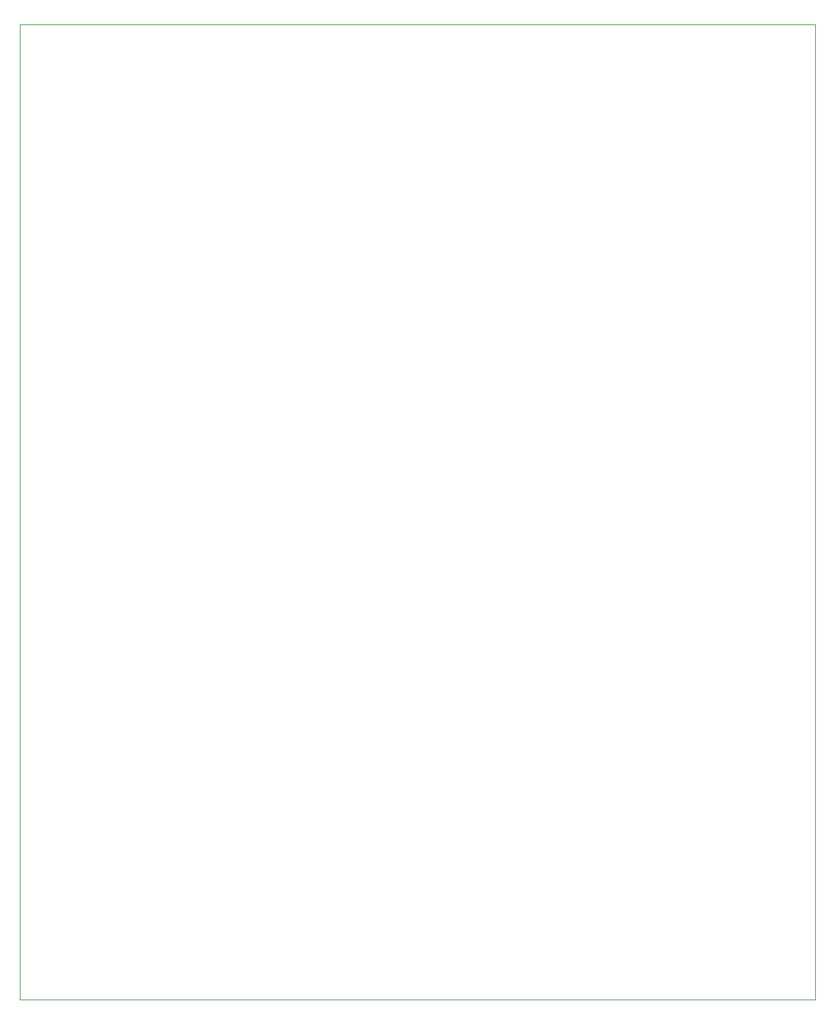
<source format=gbr>
%TF.GenerationSoftware,KiCad,Pcbnew,8.0.4*%
%TF.CreationDate,2025-02-20T16:09:48-05:00*%
%TF.ProjectId,Radiation2,52616469-6174-4696-9f6e-322e6b696361,rev?*%
%TF.SameCoordinates,Original*%
%TF.FileFunction,Profile,NP*%
%FSLAX46Y46*%
G04 Gerber Fmt 4.6, Leading zero omitted, Abs format (unit mm)*
G04 Created by KiCad (PCBNEW 8.0.4) date 2025-02-20 16:09:48*
%MOMM*%
%LPD*%
G01*
G04 APERTURE LIST*
%TA.AperFunction,Profile*%
%ADD10C,0.050000*%
%TD*%
G04 APERTURE END LIST*
D10*
X37200000Y-61900000D02*
X139200000Y-61900000D01*
X139200000Y-186900000D01*
X37200000Y-186900000D01*
X37200000Y-61900000D01*
M02*

</source>
